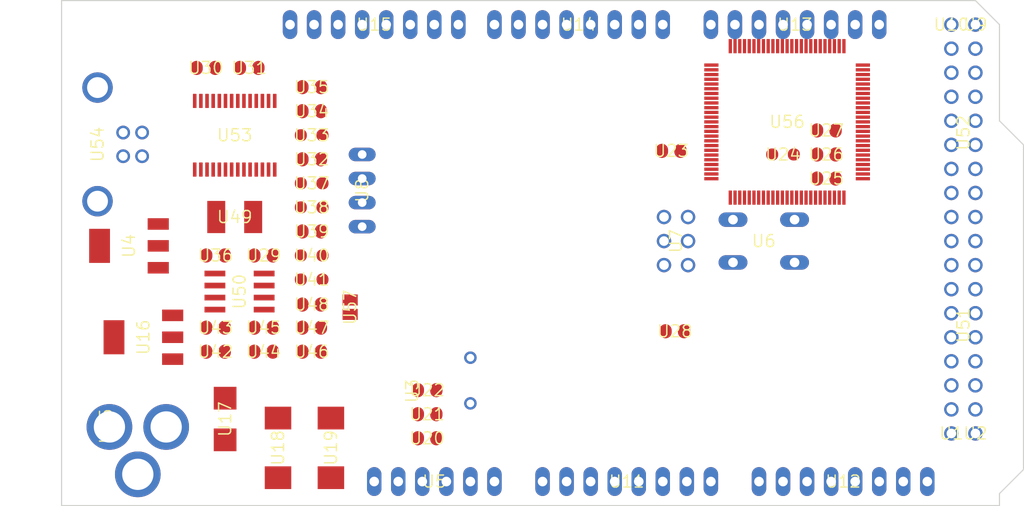
<source format=kicad_pcb>
(kicad_pcb (version 20221018) (generator pcbnew)
  (layers (0 "F.Cu" signal "Top") (31 "B.Cu" signal "Bottom") (34 "B.Paste" user) (35 "F.Paste" user) (36 "B.SilkS" user "B.Silkscreen") (37 "F.SilkS" user "F.Silkscreen") (38 "B.Mask" user) (39 "F.Mask" user) (44 "Edge.Cuts" user))
  (net 0 "")
  (net 1 "+5V")
  (net 2 "GND")
  (net 3 "N$6")
  (net 4 "N$7")
  (net 5 "AREF")
  (net 6 "RESET")
  (net 7 "VIN")
  (net 8 "N$3")
  (net 9 "PWRIN")
  (net 10 "M8RXD")
  (net 11 "M8TXD")
  (net 12 "ADC0")
  (net 13 "ADC2")
  (net 14 "ADC1")
  (net 15 "ADC3")
  (net 16 "ADC4")
  (net 17 "ADC5")
  (net 18 "ADC6")
  (net 19 "ADC7")
  (net 20 "+3V3")
  (net 21 "SDA")
  (net 22 "SCL")
  (net 23 "ADC9")
  (net 24 "ADC8")
  (net 25 "ADC10")
  (net 26 "ADC11")
  (net 27 "ADC12")
  (net 28 "ADC13")
  (net 29 "ADC14")
  (net 30 "ADC15")
  (net 31 "PB3")
  (net 32 "PB2")
  (net 33 "PB1")
  (net 34 "PB5")
  (net 35 "PB4")
  (net 36 "PE5")
  (net 37 "PE4")
  (net 38 "PE3")
  (net 39 "PE1")
  (net 40 "PE0")
  (net 41 "N$15")
  (net 42 "N$53")
  (net 43 "N$54")
  (net 44 "N$55")
  (net 45 "D-")
  (net 46 "D+")
  (net 47 "N$60")
  (net 48 "DTR")
  (net 49 "USBVCC")
  (net 50 "N$2")
  (net 51 "N$4")
  (net 52 "GATE_CMD")
  (net 53 "CMP")
  (net 54 "PB6")
  (net 55 "PH3")
  (net 56 "PH4")
  (net 57 "PH5")
  (net 58 "PH6")
  (net 59 "PG5")
  (net 60 "RXD1")
  (net 61 "TXD1")
  (net 62 "RXD2")
  (net 63 "RXD3")
  (net 64 "TXD2")
  (net 65 "TXD3")
  (net 66 "PC0")
  (net 67 "PC1")
  (net 68 "PC2")
  (net 69 "PC3")
  (net 70 "PC4")
  (net 71 "PC5")
  (net 72 "PC6")
  (net 73 "PC7")
  (net 74 "PB0")
  (net 75 "PG0")
  (net 76 "PG1")
  (net 77 "PG2")
  (net 78 "PD7")
  (net 79 "PA0")
  (net 80 "PA1")
  (net 81 "PA2")
  (net 82 "PA3")
  (net 83 "PA4")
  (net 84 "PA5")
  (net 85 "PA6")
  (net 86 "PA7")
  (net 87 "PL0")
  (net 88 "PL1")
  (net 89 "PL2")
  (net 90 "PL3")
  (net 91 "PL4")
  (net 92 "PL5")
  (net 93 "PL6")
  (net 94 "PL7")
  (net 95 "PB7")
  (net 96 "CTS")
  (net 97 "DSR")
  (net 98 "DCD")
  (net 99 "RI")
  (footprint "Arduino_MEGA_Reference_Design:2X03" (layer "F.Cu") (at 162.5981 103.7336 -90)
    (fp_text reference "U7")
    (fp_text value "")
  )
  (footprint "Arduino_MEGA_Reference_Design:1X08" (layer "F.Cu") (at 152.3111 80.8736 180)
    (fp_text reference "U14")
    (fp_text value "")
  )
  (footprint "Arduino_MEGA_Reference_Design:1X08" (layer "F.Cu") (at 130.7211 80.8736 180)
    (fp_text reference "U15")
    (fp_text value "")
  )
  (footprint "Arduino_MEGA_Reference_Design:SMC_D" (layer "F.Cu") (at 120.5611 125.5776 -90)
    (fp_text reference "U18")
    (fp_text value "")
  )
  (footprint "Arduino_MEGA_Reference_Design:SMC_D" (layer "F.Cu") (at 126.1491 125.5776 -90)
    (fp_text reference "U19")
    (fp_text value "")
  )
  (footprint "Arduino_MEGA_Reference_Design:B3F-10XX" (layer "F.Cu") (at 171.8691 103.7336 180)
    (fp_text reference "U6")
    (fp_text value "")
  )
  (footprint "Arduino_MEGA_Reference_Design:0805RND" (layer "F.Cu") (at 173.9011 94.5896 180)
    (fp_text reference "U24")
    (fp_text value "")
  )
  (footprint "Arduino_MEGA_Reference_Design:SMB" (layer "F.Cu") (at 114.9731 122.5296 -90)
    (fp_text reference "U17")
    (fp_text value "")
  )
  (footprint "Arduino_MEGA_Reference_Design:DC-21MM" (layer "F.Cu") (at 103.0351 123.2916 90)
    (fp_text reference "U55")
    (fp_text value "")
  )
  (footprint "Arduino_MEGA_Reference_Design:HC49_S" (layer "F.Cu") (at 140.8811 118.4656 90)
    (fp_text reference "U3")
    (fp_text value "")
  )
  (footprint "Arduino_MEGA_Reference_Design:SOT223" (layer "F.Cu") (at 106.3371 113.8936 90)
    (fp_text reference "U16")
    (fp_text value "")
  )
  (footprint "Arduino_MEGA_Reference_Design:1X06" (layer "F.Cu") (at 137.0711 129.1336)
    (fp_text reference "U5")
    (fp_text value "")
  )
  (footprint "Arduino_MEGA_Reference_Design:C0805RND" (layer "F.Cu") (at 124.1171 87.4776)
    (fp_text reference "U35")
    (fp_text value "")
  )
  (footprint "Arduino_MEGA_Reference_Design:C0805RND" (layer "F.Cu") (at 162.4711 113.2586)
    (fp_text reference "U28")
    (fp_text value "")
  )
  (footprint "Arduino_MEGA_Reference_Design:C0805RND" (layer "F.Cu") (at 136.3091 122.0216)
    (fp_text reference "U21")
    (fp_text value "")
  )
  (footprint "Arduino_MEGA_Reference_Design:C0805RND" (layer "F.Cu") (at 136.3091 119.4816)
    (fp_text reference "U22")
    (fp_text value "")
  )
  (footprint "Arduino_MEGA_Reference_Design:C0805RND" (layer "F.Cu") (at 113.9571 112.8776)
    (fp_text reference "U43")
    (fp_text value "")
  )
  (footprint "Arduino_MEGA_Reference_Design:RCL_0805RND" (layer "F.Cu") (at 124.1171 105.2576)
    (fp_text reference "U40")
    (fp_text value "")
  )
  (footprint "Arduino_MEGA_Reference_Design:RCL_0805RND" (layer "F.Cu") (at 124.1171 107.7976)
    (fp_text reference "U41")
    (fp_text value "")
  )
  (footprint "Arduino_MEGA_Reference_Design:1X08" (layer "F.Cu") (at 157.3911 129.1336)
    (fp_text reference "U11")
    (fp_text value "")
  )
  (footprint "Arduino_MEGA_Reference_Design:1X08" (layer "F.Cu") (at 175.1711 80.8736 180)
    (fp_text reference "U13")
    (fp_text value "")
  )
  (footprint "Arduino_MEGA_Reference_Design:R0805RND" (layer "F.Cu") (at 178.4731 94.5896 180)
    (fp_text reference "U26")
    (fp_text value "")
  )
  (footprint "Arduino_MEGA_Reference_Design:R0805RND" (layer "F.Cu") (at 178.4731 92.0496 180)
    (fp_text reference "U27")
    (fp_text value "")
  )
  (footprint "Arduino_MEGA_Reference_Design:TQFP100" (layer "F.Cu") (at 174.33193969726562 91.14759826660156 0)
    (fp_text reference "U56")
    (fp_text value "")
  )
  (footprint "Arduino_MEGA_Reference_Design:C0805RND" (layer "F.Cu") (at 162.0901 94.2086 180)
    (fp_text reference "U23")
    (fp_text value "")
  )
  (footprint "Arduino_MEGA_Reference_Design:C0805RND" (layer "F.Cu") (at 136.3091 124.5616)
    (fp_text reference "U20")
    (fp_text value "")
  )
  (footprint "Arduino_MEGA_Reference_Design:1X08" (layer "F.Cu") (at 180.2511 129.1336)
    (fp_text reference "U12")
    (fp_text value "")
  )
  (footprint "Arduino_MEGA_Reference_Design:R0805RND" (layer "F.Cu") (at 124.1171 112.8776)
    (fp_text reference "U47")
    (fp_text value "")
  )
  (footprint "Arduino_MEGA_Reference_Design:C0805RND" (layer "F.Cu") (at 124.1171 115.4176)
    (fp_text reference "U46")
    (fp_text value "")
  )
  (footprint "Arduino_MEGA_Reference_Design:C0805RND" (layer "F.Cu") (at 113.9571 105.2576)
    (fp_text reference "U36")
    (fp_text value "")
  )
  (footprint "Arduino_MEGA_Reference_Design:C0805RND" (layer "F.Cu") (at 112.9411 85.4456)
    (fp_text reference "U30")
    (fp_text value "")
  )
  (footprint "Arduino_MEGA_Reference_Design:0805RND" (layer "F.Cu") (at 124.1171 100.1776 180)
    (fp_text reference "U38")
    (fp_text value "")
  )
  (footprint "Arduino_MEGA_Reference_Design:0805RND" (layer "F.Cu") (at 124.1171 97.6376 180)
    (fp_text reference "U37")
    (fp_text value "")
  )
  (footprint "Arduino_MEGA_Reference_Design:R0805RND" (layer "F.Cu") (at 124.1171 95.0976)
    (fp_text reference "U32")
    (fp_text value "")
  )
  (footprint "Arduino_MEGA_Reference_Design:R0805RND" (layer "F.Cu") (at 124.1171 102.7176)
    (fp_text reference "U39")
    (fp_text value "")
  )
  (footprint "Arduino_MEGA_Reference_Design:SSOP28" (layer "F.Cu") (at 115.9891 92.5576)
    (fp_text reference "U53")
    (fp_text value "")
  )
  (footprint "Arduino_MEGA_Reference_Design:PN61729" (layer "F.Cu") (at 98.9584 93.5228 -90)
    (fp_text reference "U54")
    (fp_text value "")
  )
  (footprint "Arduino_MEGA_Reference_Design:L1812" (layer "F.Cu") (at 115.9891 101.1936)
    (fp_text reference "U49")
    (fp_text value "")
  )
  (footprint "Arduino_MEGA_Reference_Design:C0805RND" (layer "F.Cu") (at 117.5131 85.4456)
    (fp_text reference "U31")
    (fp_text value "")
  )
  (footprint "Arduino_MEGA_Reference_Design:0805RND" (layer "F.Cu") (at 124.1171 92.5576 180)
    (fp_text reference "U33")
    (fp_text value "")
  )
  (footprint "Arduino_MEGA_Reference_Design:R0805RND" (layer "F.Cu") (at 124.1171 90.0176 180)
    (fp_text reference "U34")
    (fp_text value "")
  )
  (footprint "Arduino_MEGA_Reference_Design:C0805RND" (layer "F.Cu") (at 124.1171 110.4392 180)
    (fp_text reference "U48")
    (fp_text value "")
  )
  (footprint "Arduino_MEGA_Reference_Design:SOT223" (layer "F.Cu") (at 104.8131 104.2416 90)
    (fp_text reference "U4")
    (fp_text value "")
  )
  (footprint "Arduino_MEGA_Reference_Design:SO08" (layer "F.Cu") (at 116.4971 109.0676 -90)
    (fp_text reference "U50")
    (fp_text value "")
  )
  (footprint "Arduino_MEGA_Reference_Design:R0805RND" (layer "F.Cu") (at 113.9571 115.4176 180)
    (fp_text reference "U42")
    (fp_text value "")
  )
  (footprint "Arduino_MEGA_Reference_Design:R0805RND" (layer "F.Cu") (at 119.0371 112.8776 180)
    (fp_text reference "U45")
    (fp_text value "")
  )
  (footprint "Arduino_MEGA_Reference_Design:C0805RND" (layer "F.Cu") (at 119.0371 115.4176 180)
    (fp_text reference "U44")
    (fp_text value "")
  )
  (footprint "Arduino_MEGA_Reference_Design:C0805RND" (layer "F.Cu") (at 119.0371 105.2576)
    (fp_text reference "U29")
    (fp_text value "")
  )
  (footprint "Arduino_MEGA_Reference_Design:2X08" (layer "F.Cu") (at 192.9511 92.3036 90)
    (fp_text reference "U52")
    (fp_text value "")
  )
  (footprint "Arduino_MEGA_Reference_Design:2X08" (layer "F.Cu") (at 192.9511 112.6236 90)
    (fp_text reference "U51")
    (fp_text value "")
  )
  (footprint "Arduino_MEGA_Reference_Design:R0805RND" (layer "F.Cu") (at 178.4731 97.1296 180)
    (fp_text reference "U25")
    (fp_text value "")
  )
  (footprint "Arduino_MEGA_Reference_Design:1X01" (layer "F.Cu") (at 191.6811 80.8736)
    (fp_text reference "U10")
    (fp_text value "")
  )
  (footprint "Arduino_MEGA_Reference_Design:1X01" (layer "F.Cu") (at 194.2211 80.8736)
    (fp_text reference "U9")
    (fp_text value "")
  )
  (footprint "Arduino_MEGA_Reference_Design:1X01" (layer "F.Cu") (at 191.6811 124.0536)
    (fp_text reference "U1")
    (fp_text value "")
  )
  (footprint "Arduino_MEGA_Reference_Design:1X01" (layer "F.Cu") (at 194.2211 124.0536)
    (fp_text reference "U2")
    (fp_text value "")
  )
  (footprint "Arduino_MEGA_Reference_Design:SJ" (layer "F.Cu") (at 128.1811 110.7186 -90)
    (fp_text reference "U57")
    (fp_text value "")
  )
  (footprint "Arduino_MEGA_Reference_Design:JP4" (layer "F.Cu") (at 129.4511 98.3996 -90)
    (fp_text reference "U8")
    (fp_text value "")
  )
  (gr_line (start 196.7611 80.8736) (end 196.7611 91.0336) (layer "Edge.Cuts") (width 0.12))
  (gr_line (start 196.7611 130.4036) (end 196.7611 131.6736) (layer "Edge.Cuts") (width 0.12))
  (gr_line (start 194.2211 78.3336) (end 196.7611 80.8736) (layer "Edge.Cuts") (width 0.12))
  (gr_line (start 97.7011 78.3336) (end 194.2211 78.3336) (layer "Edge.Cuts") (width 0.12))
  (gr_line (start 196.7611 91.0336) (end 199.3011 93.5736) (layer "Edge.Cuts") (width 0.12))
  (gr_line (start 97.7011 131.6736) (end 97.7011 78.3336) (layer "Edge.Cuts") (width 0.12))
  (gr_line (start 196.7611 131.6736) (end 97.7011 131.6736) (layer "Edge.Cuts") (width 0.12))
  (gr_line (start 199.3011 93.5736) (end 199.3011 127.8636) (layer "Edge.Cuts") (width 0.12))
  (gr_line (start 199.3011 127.8636) (end 196.7611 130.4036) (layer "Edge.Cuts") (width 0.12))
)
</source>
